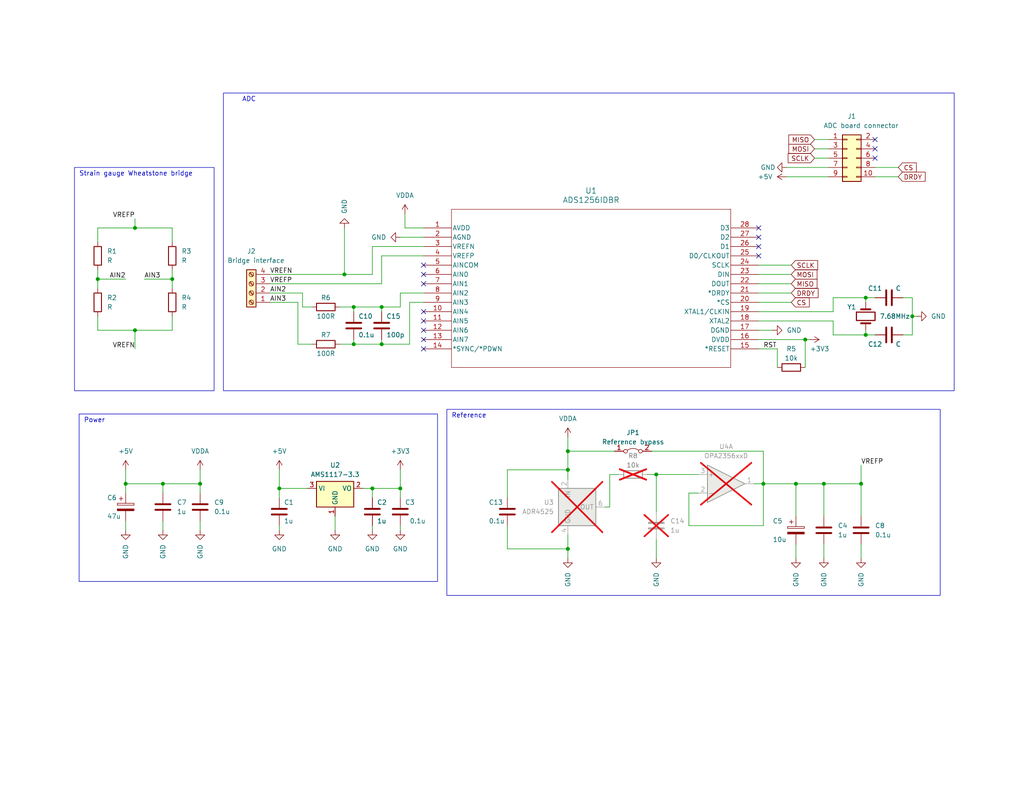
<source format=kicad_sch>
(kicad_sch (version 20230121) (generator eeschema)
  (paper "A")
  (title_block (title "ADC daughterboard"))
  (lib_symbols
    (symbol "ADS1256:ADS1256IDBR" (pin_names (offset 0.254))
      (property "Reference" "U" (at 45.72 10.16 0))
      (property "Value" "ADS1256IDBR" (at 45.72 7.62 0))
      (symbol "ADS1256IDBR_0_1"
        (polyline (pts (xy 7.62 -38.1) (xy 83.82 -38.1)) (stroke (width 0.127)))
        (polyline (pts (xy 7.62 5.08) (xy 7.62 -38.1)) (stroke (width 0.127)))
        (polyline (pts (xy 83.82 -38.1) (xy 83.82 5.08)) (stroke (width 0.127)))
        (polyline (pts (xy 83.82 5.08) (xy 7.62 5.08)) (stroke (width 0.127)))
        (pin power_in line (at 0 0 0) (length 7.62) (name "AVDD") (number "1"))
        (pin input line (at 0 -22.86 0) (length 7.62) (name "AIN4") (number "10"))
        (pin input line (at 0 -25.4 0) (length 7.62) (name "AIN5") (number "11"))
        (pin input line (at 0 -27.94 0) (length 7.62) (name "AIN6") (number "12"))
        (pin input line (at 0 -30.48 0) (length 7.62) (name "AIN7") (number "13"))
        (pin input line (at 0 -33.02 0) (length 7.62) (name "*SYNC/*PDWN") (number "14"))
        (pin input line (at 91.44 -33.02 180) (length 7.62) (name "*RESET") (number "15"))
        (pin power_in line (at 91.44 -30.48 180) (length 7.62) (name "DVDD") (number "16"))
        (pin power_in line (at 91.44 -27.94 180) (length 7.62) (name "DGND") (number "17"))
        (pin unspecified line (at 91.44 -25.4 180) (length 7.62) (name "XTAL2") (number "18"))
        (pin input line (at 91.44 -22.86 180) (length 7.62) (name "XTAL1/CLKIN") (number "19"))
        (pin power_in line (at 0 -2.54 0) (length 7.62) (name "AGND") (number "2"))
        (pin input line (at 91.44 -20.32 180) (length 7.62) (name "*CS") (number "20"))
        (pin output line (at 91.44 -17.78 180) (length 7.62) (name "*DRDY") (number "21"))
        (pin output line (at 91.44 -15.24 180) (length 7.62) (name "DOUT") (number "22"))
        (pin input line (at 91.44 -12.7 180) (length 7.62) (name "DIN") (number "23"))
        (pin input line (at 91.44 -10.16 180) (length 7.62) (name "SCLK") (number "24"))
        (pin bidirectional line (at 91.44 -7.62 180) (length 7.62) (name "D0/CLKOUT") (number "25"))
        (pin bidirectional line (at 91.44 -5.08 180) (length 7.62) (name "D1") (number "26"))
        (pin bidirectional line (at 91.44 -2.54 180) (length 7.62) (name "D2") (number "27"))
        (pin bidirectional line (at 91.44 0 180) (length 7.62) (name "D3") (number "28"))
        (pin input line (at 0 -5.08 0) (length 7.62) (name "VREFN") (number "3"))
        (pin input line (at 0 -7.62 0) (length 7.62) (name "VREFP") (number "4"))
        (pin input line (at 0 -10.16 0) (length 7.62) (name "AINCOM") (number "5"))
        (pin input line (at 0 -12.7 0) (length 7.62) (name "AIN0") (number "6"))
        (pin input line (at 0 -15.24 0) (length 7.62) (name "AIN1") (number "7"))
        (pin input line (at 0 -17.78 0) (length 7.62) (name "AIN2") (number "8"))
        (pin input line (at 0 -20.32 0) (length 7.62) (name "AIN3") (number "9"))
      )
    )
    (symbol "Amplifier_Operational:OPA2356xxD" (pin_names (offset 0.127))
      (property "Reference" "U" (at 0 5.08 0))
      (property "Value" "OPA2356xxD" (at 0 -5.08 0))
      (symbol "OPA2356xxD_1_1"
        (polyline (pts (xy -5.08 5.08) (xy 5.08 0) (xy -5.08 -5.08) (xy -5.08 5.08)) (stroke (width 0.254)) (fill (type background)))
        (pin output line (at 7.62 0 180) (length 2.54) (name "~") (number "1"))
        (pin input line (at -7.62 -2.54 0) (length 2.54) (name "-") (number "2"))
        (pin input line (at -7.62 2.54 0) (length 2.54) (name "+") (number "3"))
      )
      (symbol "OPA2356xxD_2_1"
        (polyline (pts (xy -5.08 5.08) (xy 5.08 0) (xy -5.08 -5.08) (xy -5.08 5.08)) (stroke (width 0.254)) (fill (type background)))
        (pin input line (at -7.62 2.54 0) (length 2.54) (name "+") (number "5"))
        (pin input line (at -7.62 -2.54 0) (length 2.54) (name "-") (number "6"))
        (pin output line (at 7.62 0 180) (length 2.54) (name "~") (number "7"))
      )
      (symbol "OPA2356xxD_3_1"
        (pin power_in line (at -2.54 -7.62 90) (length 3.81) (name "V-") (number "4"))
        (pin power_in line (at -2.54 7.62 270) (length 3.81) (name "V+") (number "8"))
      )
    )
    (symbol "Connector:Screw_Terminal_01x04" (pin_names (offset 1.016) hide)
      (property "Reference" "J" (at 0 5.08 0))
      (property "Value" "Screw_Terminal_01x04" (at 0 -7.62 0))
      (symbol "Screw_Terminal_01x04_1_1"
        (rectangle (start -1.27 3.81) (end 1.27 -6.35) (stroke (width 0.254)) (fill (type background)))
        (circle (center 0 -5.08) (radius 0.635) (stroke (width 0.1524)))
        (circle (center 0 -2.54) (radius 0.635) (stroke (width 0.1524)))
        (polyline (pts (xy -0.5334 -4.7498) (xy 0.3302 -5.588)) (stroke (width 0.1524)))
        (polyline (pts (xy -0.5334 -2.2098) (xy 0.3302 -3.048)) (stroke (width 0.1524)))
        (polyline (pts (xy -0.5334 0.3302) (xy 0.3302 -0.508)) (stroke (width 0.1524)))
        (polyline (pts (xy -0.5334 2.8702) (xy 0.3302 2.032)) (stroke (width 0.1524)))
        (polyline (pts (xy -0.3556 -4.572) (xy 0.508 -5.4102)) (stroke (width 0.1524)))
        (polyline (pts (xy -0.3556 -2.032) (xy 0.508 -2.8702)) (stroke (width 0.1524)))
        (polyline (pts (xy -0.3556 0.508) (xy 0.508 -0.3302)) (stroke (width 0.1524)))
        (polyline (pts (xy -0.3556 3.048) (xy 0.508 2.2098)) (stroke (width 0.1524)))
        (circle (center 0 0) (radius 0.635) (stroke (width 0.1524)))
        (circle (center 0 2.54) (radius 0.635) (stroke (width 0.1524)))
        (pin passive line (at -5.08 2.54 0) (length 3.81) (name "Pin_1") (number "1"))
        (pin passive line (at -5.08 0 0) (length 3.81) (name "Pin_2") (number "2"))
        (pin passive line (at -5.08 -2.54 0) (length 3.81) (name "Pin_3") (number "3"))
        (pin passive line (at -5.08 -5.08 0) (length 3.81) (name "Pin_4") (number "4"))
      )
    )
    (symbol "Connector_Generic:Conn_02x05_Odd_Even" (pin_names (offset 1.016) hide)
      (property "Reference" "J" (at 1.27 7.62 0))
      (property "Value" "Conn_02x05_Odd_Even" (at 1.27 -7.62 0))
      (symbol "Conn_02x05_Odd_Even_1_1"
        (rectangle (start -1.27 -4.953) (end 0 -5.207) (stroke (width 0.1524)))
        (rectangle (start -1.27 -2.413) (end 0 -2.667) (stroke (width 0.1524)))
        (rectangle (start -1.27 0.127) (end 0 -0.127) (stroke (width 0.1524)))
        (rectangle (start -1.27 2.667) (end 0 2.413) (stroke (width 0.1524)))
        (rectangle (start -1.27 5.207) (end 0 4.953) (stroke (width 0.1524)))
        (rectangle (start -1.27 6.35) (end 3.81 -6.35) (stroke (width 0.254)) (fill (type background)))
        (rectangle (start 3.81 -4.953) (end 2.54 -5.207) (stroke (width 0.1524)))
        (rectangle (start 3.81 -2.413) (end 2.54 -2.667) (stroke (width 0.1524)))
        (rectangle (start 3.81 0.127) (end 2.54 -0.127) (stroke (width 0.1524)))
        (rectangle (start 3.81 2.667) (end 2.54 2.413) (stroke (width 0.1524)))
        (rectangle (start 3.81 5.207) (end 2.54 4.953) (stroke (width 0.1524)))
        (pin passive line (at -5.08 5.08 0) (length 3.81) (name "Pin_1") (number "1"))
        (pin passive line (at 7.62 -5.08 180) (length 3.81) (name "Pin_10") (number "10"))
        (pin passive line (at 7.62 5.08 180) (length 3.81) (name "Pin_2") (number "2"))
        (pin passive line (at -5.08 2.54 0) (length 3.81) (name "Pin_3") (number "3"))
        (pin passive line (at 7.62 2.54 180) (length 3.81) (name "Pin_4") (number "4"))
        (pin passive line (at -5.08 0 0) (length 3.81) (name "Pin_5") (number "5"))
        (pin passive line (at 7.62 0 180) (length 3.81) (name "Pin_6") (number "6"))
        (pin passive line (at -5.08 -2.54 0) (length 3.81) (name "Pin_7") (number "7"))
        (pin passive line (at 7.62 -2.54 180) (length 3.81) (name "Pin_8") (number "8"))
        (pin passive line (at -5.08 -5.08 0) (length 3.81) (name "Pin_9") (number "9"))
      )
    )
    (symbol "Device:C" (pin_numbers hide) (pin_names (offset 0.254))
      (property "Reference" "C" (at 0.635 2.54 0))
      (property "Value" "C" (at 0.635 -2.54 0))
      (symbol "C_0_1"
        (polyline (pts (xy -2.032 -0.762) (xy 2.032 -0.762)) (stroke (width 0.508)))
        (polyline (pts (xy -2.032 0.762) (xy 2.032 0.762)) (stroke (width 0.508)))
      )
      (symbol "C_1_1"
        (pin passive line (at 0 3.81 270) (length 2.794) (name "~") (number "1"))
        (pin passive line (at 0 -3.81 90) (length 2.794) (name "~") (number "2"))
      )
    )
    (symbol "Device:C_Polarized" (pin_numbers hide) (pin_names (offset 0.254))
      (property "Reference" "C" (at 0.635 2.54 0))
      (property "Value" "C_Polarized" (at 0.635 -2.54 0))
      (symbol "C_Polarized_0_1"
        (rectangle (start -2.286 0.508) (end 2.286 1.016))
        (polyline (pts (xy -1.778 2.286) (xy -0.762 2.286)))
        (polyline (pts (xy -1.27 2.794) (xy -1.27 1.778)))
        (rectangle (start 2.286 -0.508) (end -2.286 -1.016) (fill (type outline)))
      )
      (symbol "C_Polarized_1_1"
        (pin passive line (at 0 3.81 270) (length 2.794) (name "~") (number "1"))
        (pin passive line (at 0 -3.81 90) (length 2.794) (name "~") (number "2"))
      )
    )
    (symbol "Device:Crystal" (pin_numbers hide) (pin_names (offset 1.016) hide)
      (property "Reference" "Y" (at 0 3.81 0))
      (property "Value" "Crystal" (at 0 -3.81 0))
      (symbol "Crystal_0_1"
        (rectangle (start -1.143 2.54) (end 1.143 -2.54) (stroke (width 0.3048)))
        (polyline (pts (xy -2.54 0) (xy -1.905 0)))
        (polyline (pts (xy -1.905 -1.27) (xy -1.905 1.27)) (stroke (width 0.508)))
        (polyline (pts (xy 1.905 -1.27) (xy 1.905 1.27)) (stroke (width 0.508)))
        (polyline (pts (xy 2.54 0) (xy 1.905 0)))
      )
      (symbol "Crystal_1_1"
        (pin passive line (at -3.81 0 0) (length 1.27) (name "1") (number "1"))
        (pin passive line (at 3.81 0 180) (length 1.27) (name "2") (number "2"))
      )
    )
    (symbol "Device:R" (pin_numbers hide) (pin_names (offset 0))
      (property "Reference" "R" (at 2.032 0 90))
      (property "Value" "R" (at 0 0 90))
      (symbol "R_0_1"
        (rectangle (start -1.016 -2.54) (end 1.016 2.54) (stroke (width 0.254)))
      )
      (symbol "R_1_1"
        (pin passive line (at 0 3.81 270) (length 1.27) (name "~") (number "1"))
        (pin passive line (at 0 -3.81 90) (length 1.27) (name "~") (number "2"))
      )
    )
    (symbol "Jumper:Jumper_2_Bridged" (pin_names (offset 0) hide)
      (property "Reference" "JP" (at 0 1.905 0))
      (property "Value" "Jumper_2_Bridged" (at 0 -2.54 0))
      (symbol "Jumper_2_Bridged_0_0"
        (circle (center -2.032 0) (radius 0.508))
        (circle (center 2.032 0) (radius 0.508))
      )
      (symbol "Jumper_2_Bridged_0_1"
        (arc (start 1.524 0.254) (mid 0 0.762) (end -1.524 0.254))
      )
      (symbol "Jumper_2_Bridged_1_1"
        (pin passive line (at -5.08 0 0) (length 2.54) (name "A") (number "1"))
        (pin passive line (at 5.08 0 180) (length 2.54) (name "B") (number "2"))
      )
    )
    (symbol "Reference_Voltage:ADR4525"
      (property "Reference" "U" (at 0 6.35 0))
      (property "Value" "ADR4525" (at 2.54 -6.35 0))
      (symbol "ADR4525_0_0"
        (pin no_connect line (at -5.08 0 0) (length 2.54) hide (name "NC") (number "3"))
        (pin no_connect line (at 5.08 2.54 180) (length 2.54) hide (name "NC") (number "7"))
        (pin no_connect line (at 5.08 -2.54 180) (length 2.54) hide (name "NC") (number "8"))
      )
      (symbol "ADR4525_0_1"
        (rectangle (start -5.08 5.08) (end 5.08 -5.08) (stroke (width 0.254)) (fill (type background)))
      )
      (symbol "ADR4525_1_1"
        (pin no_connect line (at -5.08 2.54 0) (length 2.54) hide (name "NC") (number "1"))
        (pin power_in line (at -2.54 7.62 270) (length 2.54) (name "IN") (number "2"))
        (pin power_in line (at -2.54 -7.62 90) (length 2.54) (name "GND") (number "4"))
        (pin no_connect line (at -5.08 -2.54 0) (length 2.54) hide (name "NC") (number "5"))
        (pin power_out line (at 7.62 0 180) (length 2.54) (name "OUT") (number "6"))
      )
    )
    (symbol "Regulator_Linear:AMS1117-3.3"
      (property "Reference" "U" (at -3.81 3.175 0))
      (property "Value" "AMS1117-3.3" (at 0 3.175 0))
      (symbol "AMS1117-3.3_0_1"
        (rectangle (start -5.08 -5.08) (end 5.08 1.905) (stroke (width 0.254)) (fill (type background)))
      )
      (symbol "AMS1117-3.3_1_1"
        (pin power_in line (at 0 -7.62 90) (length 2.54) (name "GND") (number "1"))
        (pin power_out line (at 7.62 0 180) (length 2.54) (name "VO") (number "2"))
        (pin power_in line (at -7.62 0 0) (length 2.54) (name "VI") (number "3"))
      )
    )
    (symbol "power:+3V3" (power) (pin_names (offset 0))
      (property "Value" "+3V3" (at 0 3.556 0))
      (symbol "+3V3_0_1"
        (polyline (pts (xy -0.762 1.27) (xy 0 2.54)))
        (polyline (pts (xy 0 0) (xy 0 2.54)))
        (polyline (pts (xy 0 2.54) (xy 0.762 1.27)))
      )
      (symbol "+3V3_1_1"
        (pin power_in line (at 0 0 90) (length 0) hide (name "+3V3") (number "1"))
      )
    )
    (symbol "power:+5V" (power) (pin_names (offset 0))
      (property "Value" "+5V" (at 0 3.556 0))
      (symbol "+5V_0_1"
        (polyline (pts (xy -0.762 1.27) (xy 0 2.54)))
        (polyline (pts (xy 0 0) (xy 0 2.54)))
        (polyline (pts (xy 0 2.54) (xy 0.762 1.27)))
      )
      (symbol "+5V_1_1"
        (pin power_in line (at 0 0 90) (length 0) hide (name "+5V") (number "1"))
      )
    )
    (symbol "power:GND" (power) (pin_names (offset 0))
      (property "Value" "GND" (at 0 -3.81 0))
      (symbol "GND_0_1"
        (polyline (pts (xy 0 0) (xy 0 -1.27) (xy 1.27 -1.27) (xy 0 -2.54) (xy -1.27 -1.27) (xy 0 -1.27)))
      )
      (symbol "GND_1_1"
        (pin power_in line (at 0 0 270) (length 0) hide (name "GND") (number "1"))
      )
    )
    (symbol "power:VDDA" (power) (pin_names (offset 0))
      (property "Value" "VDDA" (at 0 3.81 0))
      (symbol "VDDA_0_1"
        (polyline (pts (xy -0.762 1.27) (xy 0 2.54)))
        (polyline (pts (xy 0 0) (xy 0 2.54)))
        (polyline (pts (xy 0 2.54) (xy 0.762 1.27)))
      )
      (symbol "VDDA_1_1"
        (pin power_in line (at 0 0 90) (length 0) hide (name "VDDA") (number "1"))
      )
    )
  )
  (junction (at 208.28 132.08))
  (junction (at 236.22 91.44))
  (junction (at 96.52 93.98))
  (junction (at 54.61 132.08))
  (junction (at 154.94 128.27))
  (junction (at 101.6 133.35))
  (junction (at 46.99 76.2))
  (junction (at 219.71 92.71))
  (junction (at 154.94 149.86))
  (junction (at 76.2 133.35))
  (junction (at 248.92 86.36))
  (junction (at 217.17 132.08))
  (junction (at 109.22 133.35))
  (junction (at 236.22 81.28))
  (junction (at 104.14 83.82))
  (junction (at 44.45 132.08))
  (junction (at 154.94 123.19))
  (junction (at 36.83 62.23))
  (junction (at 26.67 76.2))
  (junction (at 224.79 132.08))
  (junction (at 96.52 83.82))
  (junction (at 234.95 132.08))
  (junction (at 179.07 129.54))
  (junction (at 104.14 93.98))
  (junction (at 93.98 74.93))
  (junction (at 34.29 132.08))
  (junction (at 36.83 90.17))
  (no_connect (at 238.76 38.1))
  (no_connect (at 207.01 62.23))
  (no_connect (at 115.57 95.25))
  (no_connect (at 115.57 77.47))
  (no_connect (at 238.76 40.64))
  (no_connect (at 115.57 87.63))
  (no_connect (at 207.01 64.77))
  (no_connect (at 115.57 90.17))
  (no_connect (at 115.57 92.71))
  (no_connect (at 115.57 85.09))
  (no_connect (at 238.76 43.18))
  (no_connect (at 207.01 69.85))
  (no_connect (at 207.01 67.31))
  (no_connect (at 115.57 74.93))
  (no_connect (at 115.57 72.39))
  (wire (pts (xy 26.67 76.2) (xy 26.67 78.74)))
  (wire (pts (xy 234.95 132.08) (xy 234.95 127)))
  (wire (pts (xy 115.57 62.23) (xy 110.49 62.23)))
  (wire (pts (xy 176.53 129.54) (xy 179.07 129.54)))
  (wire (pts (xy 234.95 132.08) (xy 234.95 140.97)))
  (wire (pts (xy 104.14 83.82) (xy 96.52 83.82)))
  (wire (pts (xy 76.2 133.35) (xy 76.2 128.27)))
  (wire (pts (xy 104.14 69.85) (xy 115.57 69.85)))
  (wire (pts (xy 34.29 132.08) (xy 34.29 134.62)))
  (wire (pts (xy 219.71 92.71) (xy 220.98 92.71)))
  (wire (pts (xy 215.9 72.39) (xy 207.01 72.39)))
  (wire (pts (xy 76.2 133.35) (xy 83.82 133.35)))
  (wire (pts (xy 93.98 74.93) (xy 101.6 74.93)))
  (wire (pts (xy 85.09 93.98) (xy 81.28 93.98)))
  (wire (pts (xy 36.83 90.17) (xy 46.99 90.17)))
  (wire (pts (xy 104.14 92.71) (xy 104.14 93.98)))
  (wire (pts (xy 91.44 144.78) (xy 91.44 140.97)))
  (wire (pts (xy 222.25 38.1) (xy 226.06 38.1)))
  (wire (pts (xy 208.28 123.19) (xy 208.28 132.08)))
  (wire (pts (xy 217.17 152.4) (xy 217.17 148.59)))
  (wire (pts (xy 205.74 132.08) (xy 208.28 132.08)))
  (wire (pts (xy 227.33 81.28) (xy 236.22 81.28)))
  (wire (pts (xy 93.98 62.23) (xy 93.98 74.93)))
  (wire (pts (xy 36.83 62.23) (xy 26.67 62.23)))
  (wire (pts (xy 187.96 143.51) (xy 187.96 134.62)))
  (wire (pts (xy 222.25 40.64) (xy 226.06 40.64)))
  (wire (pts (xy 219.71 100.33) (xy 219.71 92.71)))
  (wire (pts (xy 215.9 80.01) (xy 207.01 80.01)))
  (wire (pts (xy 207.01 87.63) (xy 227.33 87.63)))
  (wire (pts (xy 245.11 48.26) (xy 238.76 48.26)))
  (wire (pts (xy 208.28 132.08) (xy 217.17 132.08)))
  (wire (pts (xy 101.6 133.35) (xy 109.22 133.35)))
  (wire (pts (xy 44.45 132.08) (xy 44.45 134.62)))
  (wire (pts (xy 236.22 81.28) (xy 236.22 82.55)))
  (wire (pts (xy 26.67 90.17) (xy 36.83 90.17)))
  (wire (pts (xy 207.01 85.09) (xy 227.33 85.09)))
  (wire (pts (xy 96.52 83.82) (xy 96.52 85.09)))
  (wire (pts (xy 115.57 82.55) (xy 111.76 82.55)))
  (wire (pts (xy 82.55 83.82) (xy 82.55 80.01)))
  (wire (pts (xy 109.22 133.35) (xy 109.22 128.27)))
  (wire (pts (xy 111.76 93.98) (xy 104.14 93.98)))
  (wire (pts (xy 92.71 83.82) (xy 96.52 83.82)))
  (wire (pts (xy 138.43 128.27) (xy 154.94 128.27)))
  (wire (pts (xy 215.9 77.47) (xy 207.01 77.47)))
  (wire (pts (xy 217.17 132.08) (xy 217.17 140.97)))
  (wire (pts (xy 215.9 74.93) (xy 207.01 74.93)))
  (wire (pts (xy 246.38 81.28) (xy 248.92 81.28)))
  (wire (pts (xy 54.61 132.08) (xy 54.61 134.62)))
  (wire (pts (xy 214.63 45.72) (xy 226.06 45.72)))
  (wire (pts (xy 101.6 135.89) (xy 101.6 133.35)))
  (wire (pts (xy 73.66 80.01) (xy 82.55 80.01)))
  (wire (pts (xy 109.22 64.77) (xy 115.57 64.77)))
  (wire (pts (xy 104.14 93.98) (xy 96.52 93.98)))
  (wire (pts (xy 214.63 48.26) (xy 226.06 48.26)))
  (wire (pts (xy 166.37 138.43) (xy 166.37 129.54)))
  (wire (pts (xy 46.99 62.23) (xy 36.83 62.23)))
  (wire (pts (xy 46.99 66.04) (xy 46.99 62.23)))
  (wire (pts (xy 73.66 77.47) (xy 104.14 77.47)))
  (wire (pts (xy 46.99 90.17) (xy 46.99 86.36)))
  (wire (pts (xy 238.76 91.44) (xy 236.22 91.44)))
  (wire (pts (xy 34.29 144.78) (xy 34.29 142.24)))
  (wire (pts (xy 73.66 74.93) (xy 93.98 74.93)))
  (wire (pts (xy 26.67 73.66) (xy 26.67 76.2)))
  (wire (pts (xy 227.33 91.44) (xy 236.22 91.44)))
  (wire (pts (xy 34.29 132.08) (xy 44.45 132.08)))
  (wire (pts (xy 46.99 76.2) (xy 46.99 78.74)))
  (wire (pts (xy 81.28 82.55) (xy 73.66 82.55)))
  (wire (pts (xy 76.2 143.51) (xy 76.2 144.78)))
  (wire (pts (xy 34.29 128.27) (xy 34.29 132.08)))
  (wire (pts (xy 224.79 152.4) (xy 224.79 148.59)))
  (wire (pts (xy 92.71 93.98) (xy 96.52 93.98)))
  (wire (pts (xy 215.9 82.55) (xy 207.01 82.55)))
  (wire (pts (xy 36.83 59.69) (xy 36.83 62.23)))
  (wire (pts (xy 212.09 95.25) (xy 207.01 95.25)))
  (wire (pts (xy 234.95 148.59) (xy 234.95 152.4)))
  (wire (pts (xy 224.79 132.08) (xy 234.95 132.08)))
  (wire (pts (xy 236.22 91.44) (xy 236.22 90.17)))
  (wire (pts (xy 101.6 67.31) (xy 101.6 74.93)))
  (wire (pts (xy 179.07 129.54) (xy 190.5 129.54)))
  (wire (pts (xy 109.22 143.51) (xy 109.22 144.78)))
  (wire (pts (xy 179.07 129.54) (xy 179.07 139.7)))
  (wire (pts (xy 81.28 93.98) (xy 81.28 82.55)))
  (wire (pts (xy 187.96 134.62) (xy 190.5 134.62)))
  (wire (pts (xy 224.79 132.08) (xy 224.79 140.97)))
  (wire (pts (xy 154.94 123.19) (xy 154.94 119.38)))
  (wire (pts (xy 115.57 80.01) (xy 109.22 80.01)))
  (wire (pts (xy 248.92 86.36) (xy 250.19 86.36)))
  (wire (pts (xy 227.33 87.63) (xy 227.33 91.44)))
  (wire (pts (xy 154.94 123.19) (xy 167.64 123.19)))
  (wire (pts (xy 208.28 143.51) (xy 187.96 143.51)))
  (wire (pts (xy 39.37 76.2) (xy 46.99 76.2)))
  (wire (pts (xy 210.82 90.17) (xy 207.01 90.17)))
  (wire (pts (xy 248.92 91.44) (xy 246.38 91.44)))
  (wire (pts (xy 26.67 62.23) (xy 26.67 66.04)))
  (wire (pts (xy 222.25 43.18) (xy 226.06 43.18)))
  (wire (pts (xy 109.22 83.82) (xy 104.14 83.82)))
  (wire (pts (xy 104.14 77.47) (xy 104.14 69.85)))
  (wire (pts (xy 36.83 95.25) (xy 36.83 90.17)))
  (wire (pts (xy 208.28 132.08) (xy 208.28 143.51)))
  (wire (pts (xy 165.1 138.43) (xy 166.37 138.43)))
  (wire (pts (xy 154.94 128.27) (xy 154.94 123.19)))
  (wire (pts (xy 212.09 100.33) (xy 212.09 95.25)))
  (wire (pts (xy 44.45 144.78) (xy 44.45 142.24)))
  (wire (pts (xy 85.09 83.82) (xy 82.55 83.82)))
  (wire (pts (xy 109.22 133.35) (xy 109.22 135.89)))
  (wire (pts (xy 138.43 149.86) (xy 138.43 143.51)))
  (wire (pts (xy 54.61 132.08) (xy 44.45 132.08)))
  (wire (pts (xy 154.94 128.27) (xy 154.94 130.81)))
  (wire (pts (xy 248.92 86.36) (xy 248.92 91.44)))
  (wire (pts (xy 238.76 81.28) (xy 236.22 81.28)))
  (wire (pts (xy 115.57 67.31) (xy 101.6 67.31)))
  (wire (pts (xy 154.94 149.86) (xy 138.43 149.86)))
  (wire (pts (xy 101.6 143.51) (xy 101.6 144.78)))
  (wire (pts (xy 154.94 149.86) (xy 154.94 152.4)))
  (wire (pts (xy 179.07 152.4) (xy 179.07 147.32)))
  (wire (pts (xy 227.33 85.09) (xy 227.33 81.28)))
  (wire (pts (xy 154.94 146.05) (xy 154.94 149.86)))
  (wire (pts (xy 99.06 133.35) (xy 101.6 133.35)))
  (wire (pts (xy 207.01 92.71) (xy 219.71 92.71)))
  (wire (pts (xy 217.17 132.08) (xy 224.79 132.08)))
  (wire (pts (xy 177.8 123.19) (xy 208.28 123.19)))
  (wire (pts (xy 110.49 62.23) (xy 110.49 58.42)))
  (wire (pts (xy 109.22 80.01) (xy 109.22 83.82)))
  (wire (pts (xy 138.43 128.27) (xy 138.43 135.89)))
  (wire (pts (xy 166.37 129.54) (xy 168.91 129.54)))
  (wire (pts (xy 96.52 93.98) (xy 96.52 92.71)))
  (wire (pts (xy 111.76 82.55) (xy 111.76 93.98)))
  (wire (pts (xy 245.11 45.72) (xy 238.76 45.72)))
  (wire (pts (xy 54.61 144.78) (xy 54.61 142.24)))
  (wire (pts (xy 26.67 86.36) (xy 26.67 90.17)))
  (wire (pts (xy 248.92 81.28) (xy 248.92 86.36)))
  (wire (pts (xy 46.99 73.66) (xy 46.99 76.2)))
  (wire (pts (xy 34.29 76.2) (xy 26.67 76.2)))
  (wire (pts (xy 76.2 135.89) (xy 76.2 133.35)))
  (wire (pts (xy 54.61 128.27) (xy 54.61 132.08)))
  (wire (pts (xy 104.14 83.82) (xy 104.14 85.09)))
  (rectangle (start 121.92 111.76) (end 256.54 162.56))
  (rectangle (start 60.96 25.4) (end 260.35 106.68))
  (rectangle (start 21.59 113.03) (end 119.38 158.75))
  (rectangle (start 20.32 45.72) (end 58.42 106.68))
  (text "Power" (at 22.86 115.57 0) (effects (font (size 1.27 1.27)) (justify left bottom)))
  (text "Reference " (at 123.19 114.3 0) (effects (font (size 1.27 1.27)) (justify left bottom)))
  (text "ADC" (at 66.04 27.94 0) (effects (font (size 1.27 1.27)) (justify left bottom)))
  (text "Strain gauge Wheatstone bridge" (at 21.59 48.26 0) (effects (font (size 1.27 1.27)) (justify left bottom)))
  (label "VREFP" (at 234.95 127 0))
  (label "AIN2" (at 73.66 80.01 0))
  (label "VREFP" (at 36.83 59.69 180))
  (label "AIN3" (at 73.66 82.55 0))
  (label "AIN3" (at 39.37 76.2 0))
  (label "VREFN" (at 36.83 95.25 180))
  (label "RST" (at 208.28 95.25 0))
  (label "VREFN" (at 73.66 74.93 0))
  (label "VREFP" (at 73.66 77.47 0))
  (label "AIN2" (at 34.29 76.2 180))
  (global_label "CS" (shape input) (at 245.11 45.72 0) (property "Intersheetrefs" "${INTERSHEET_REFS}" (effects hide)))
  (global_label "CS" (shape input) (at 215.9 82.55 0) (property "Intersheetrefs" "${INTERSHEET_REFS}" (effects hide)))
  (global_label "MOSI" (shape input) (at 215.9 74.93 0) (property "Intersheetrefs" "${INTERSHEET_REFS}" (effects hide)))
  (global_label "SCLK" (shape input) (at 222.25 43.18 180) (property "Intersheetrefs" "${INTERSHEET_REFS}" (effects hide)))
  (global_label "SCLK" (shape input) (at 215.9 72.39 0) (property "Intersheetrefs" "${INTERSHEET_REFS}" (effects hide)))
  (global_label "MISO" (shape input) (at 222.25 38.1 180) (property "Intersheetrefs" "${INTERSHEET_REFS}" (effects hide)))
  (global_label "MOSI" (shape input) (at 222.25 40.64 180) (property "Intersheetrefs" "${INTERSHEET_REFS}" (effects hide)))
  (global_label "DRDY" (shape input) (at 215.9 80.01 0) (property "Intersheetrefs" "${INTERSHEET_REFS}" (effects hide)))
  (global_label "DRDY" (shape input) (at 245.11 48.26 0) (property "Intersheetrefs" "${INTERSHEET_REFS}" (effects hide)))
  (global_label "MISO" (shape input) (at 215.9 77.47 0) (property "Intersheetrefs" "${INTERSHEET_REFS}" (effects hide)))
  (symbol (lib_id "Device:C") (at 76.2 139.7 0) (unit 1)
    (property "Reference" "C1" (at 77.47 137.16 0) (effects (justify left)))
    (property "Value" "1u" (at 77.47 142.24 0) (effects (justify left)))
  )
  (symbol (lib_id "power:GND") (at 224.79 152.4 0) (unit 1)
    (property "Reference" "#PWR013" (effects hide))
    (property "Value" "GND" (at 224.79 156.21 90) (effects (justify right)))
  )
  (symbol (lib_id "power:+3V3") (at 220.98 92.71 270) (unit 1)
    (property "Reference" "#PWR07" (effects hide))
    (property "Value" "+3V3" (at 220.98 95.25 90) (effects (justify left)))
  )
  (symbol (lib_id "Device:C") (at 109.22 139.7 0) (unit 1)
    (property "Reference" "C3" (at 110.49 137.16 0) (effects (justify left)))
    (property "Value" "0.1u" (at 111.76 142.24 0) (effects (justify left)))
  )
  (symbol (lib_id "power:GND") (at 250.19 86.36 90) (unit 1)
    (property "Reference" "#PWR023" (effects hide))
    (property "Value" "GND" (at 254 86.36 90) (effects (justify right)))
  )
  (symbol (lib_id "power:GND") (at 234.95 152.4 0) (unit 1)
    (property "Reference" "#PWR018" (effects hide))
    (property "Value" "GND" (at 234.95 156.21 90) (effects (justify right)))
  )
  (symbol (lib_id "Device:C") (at 101.6 139.7 0) (unit 1)
    (property "Reference" "C2" (at 102.87 137.16 0) (effects (justify left)))
    (property "Value" "1u" (at 102.87 142.24 0) (effects (justify left)))
  )
  (symbol (lib_id "power:GND") (at 210.82 90.17 90) (unit 1)
    (property "Reference" "#PWR03" (effects hide))
    (property "Value" "GND" (at 214.63 90.17 90) (effects (justify right)))
  )
  (symbol (lib_id "power:GND") (at 76.2 144.78 0) (unit 1)
    (property "Reference" "#PWR08" (effects hide))
    (property "Value" "GND" (at 76.2 149.86 0))
  )
  (symbol (lib_id "power:GND") (at 109.22 144.78 0) (unit 1)
    (property "Reference" "#PWR010" (effects hide))
    (property "Value" "GND" (at 109.22 149.86 0))
  )
  (symbol (lib_id "power:GND") (at 44.45 144.78 0) (unit 1)
    (property "Reference" "#PWR017" (effects hide))
    (property "Value" "GND" (at 44.45 148.59 90) (effects (justify right)))
  )
  (symbol (lib_id "Device:R") (at 215.9 100.33 90) (unit 1)
    (property "Reference" "R5" (at 215.9 95.25 90))
    (property "Value" "10k" (at 215.9 97.79 90))
  )
  (symbol (lib_id "Device:R") (at 172.72 129.54 90) (unit 1) (dnp yes)
    (property "Reference" "R8" (at 172.72 124.46 90))
    (property "Value" "10k" (at 172.72 127 90))
  )
  (symbol (lib_id "power:GND") (at 93.98 62.23 180) (unit 1)
    (property "Reference" "#PWR012" (effects hide))
    (property "Value" "GND" (at 93.98 58.42 90) (effects (justify right)))
  )
  (symbol (lib_id "Device:R") (at 26.67 82.55 0) (unit 1) (in_bom no) (on_board no)
    (property "Reference" "R2" (at 29.21 81.28 0) (effects (justify left)))
    (property "Value" "R" (at 29.21 83.82 0) (effects (justify left)))
  )
  (symbol (lib_id "Device:C_Polarized") (at 34.29 138.43 0) (unit 1)
    (property "Reference" "C6" (at 29.21 135.89 0) (effects (justify left)))
    (property "Value" "47u" (at 29.21 140.97 0) (effects (justify left)))
  )
  (symbol (lib_id "Device:C") (at 242.57 81.28 90) (unit 1)
    (property "Reference" "C11" (at 238.76 78.74 90))
    (property "Value" "C" (at 245.11 78.74 90))
  )
  (symbol (lib_id "Amplifier_Operational:OPA2356xxD") (at 198.12 132.08 0) (unit 1) (dnp yes)
    (property "Reference" "U4" (at 198.12 121.92 0))
    (property "Value" "OPA2356xxD" (at 198.12 124.46 0))
    (property "Datasheet" "http://www.ti.com/lit/ds/symlink/opa2356.pdf" (effects hide))
  )
  (symbol (lib_id "power:GND") (at 91.44 144.78 0) (unit 1)
    (property "Reference" "#PWR06" (effects hide))
    (property "Value" "GND" (at 91.44 149.86 0))
  )
  (symbol (lib_id "power:GND") (at 34.29 144.78 0) (unit 1)
    (property "Reference" "#PWR016" (effects hide))
    (property "Value" "GND" (at 34.29 148.59 90) (effects (justify right)))
  )
  (symbol (lib_id "Device:C") (at 234.95 144.78 0) (unit 1)
    (property "Reference" "C8" (at 238.76 143.51 0) (effects (justify left)))
    (property "Value" "0.1u" (at 238.76 146.05 0) (effects (justify left)))
  )
  (symbol (lib_id "power:GND") (at 217.17 152.4 0) (unit 1)
    (property "Reference" "#PWR014" (effects hide))
    (property "Value" "GND" (at 217.17 156.21 90) (effects (justify right)))
  )
  (symbol (lib_id "Device:R") (at 46.99 82.55 0) (unit 1) (in_bom no) (on_board no)
    (property "Reference" "R4" (at 49.53 81.28 0) (effects (justify left)))
    (property "Value" "R" (at 49.53 83.82 0) (effects (justify left)))
  )
  (symbol (lib_id "Device:C") (at 104.14 88.9 0) (unit 1)
    (property "Reference" "C15" (at 105.41 86.36 0) (effects (justify left)))
    (property "Value" "100p" (at 105.41 91.44 0) (effects (justify left)))
  )
  (symbol (lib_id "Device:C") (at 44.45 138.43 0) (unit 1)
    (property "Reference" "C7" (at 48.26 137.16 0) (effects (justify left)))
    (property "Value" "1u" (at 48.26 139.7 0) (effects (justify left)))
  )
  (symbol (lib_id "power:GND") (at 154.94 152.4 0) (unit 1)
    (property "Reference" "#PWR024" (effects hide))
    (property "Value" "GND" (at 154.94 156.21 90) (effects (justify right)))
  )
  (symbol (lib_id "Device:C") (at 138.43 139.7 0) (unit 1)
    (property "Reference" "C13" (at 133.35 137.16 0) (effects (justify left)))
    (property "Value" "0.1u" (at 133.35 142.24 0) (effects (justify left)))
  )
  (symbol (lib_id "Device:C") (at 54.61 138.43 0) (unit 1)
    (property "Reference" "C9" (at 58.42 137.16 0) (effects (justify left)))
    (property "Value" "0.1u" (at 58.42 139.7 0) (effects (justify left)))
  )
  (symbol (lib_id "Device:R") (at 88.9 93.98 90) (unit 1)
    (property "Reference" "R7" (at 88.9 91.44 90))
    (property "Value" "100R" (at 88.9 96.52 90))
  )
  (symbol (lib_id "power:VDDA") (at 154.94 119.38 0) (unit 1)
    (property "Reference" "#PWR011" (effects hide))
    (property "Value" "VDDA" (at 154.94 114.3 0))
  )
  (symbol (lib_id "power:GND") (at 214.63 45.72 270) (unit 1)
    (property "Reference" "#PWR021" (effects hide))
    (property "Value" "GND" (at 209.55 45.72 90))
  )
  (symbol (lib_id "power:+5V") (at 76.2 128.27 0) (unit 1)
    (property "Reference" "#PWR015" (effects hide))
    (property "Value" "+5V" (at 76.2 123.19 0))
  )
  (symbol (lib_id "power:+3V3") (at 109.22 128.27 0) (unit 1)
    (property "Reference" "#PWR04" (effects hide))
    (property "Value" "+3V3" (at 109.22 123.19 0))
  )
  (symbol (lib_id "Device:C") (at 242.57 91.44 270) (unit 1)
    (property "Reference" "C12" (at 238.76 93.98 90))
    (property "Value" "C" (at 245.11 93.98 90))
  )
  (symbol (lib_id "Device:C") (at 224.79 144.78 0) (unit 1)
    (property "Reference" "C4" (at 228.6 143.51 0) (effects (justify left)))
    (property "Value" "1u" (at 228.6 146.05 0) (effects (justify left)))
  )
  (symbol (lib_id "Device:R") (at 46.99 69.85 0) (unit 1) (in_bom no) (on_board no)
    (property "Reference" "R3" (at 49.53 68.58 0) (effects (justify left)))
    (property "Value" "R" (at 49.53 71.12 0) (effects (justify left)))
  )
  (symbol (lib_id "Device:C") (at 96.52 88.9 0) (unit 1)
    (property "Reference" "C10" (at 97.79 86.36 0) (effects (justify left)))
    (property "Value" "0.1u" (at 97.79 91.44 0) (effects (justify left)))
  )
  (symbol (lib_id "Device:R") (at 26.67 69.85 0) (unit 1) (in_bom no) (on_board no)
    (property "Reference" "R1" (at 29.21 68.58 0) (effects (justify left)))
    (property "Value" "R" (at 29.21 71.12 0) (effects (justify left)))
  )
  (symbol (lib_id "Device:C") (at 179.07 143.51 0) (unit 1) (dnp yes)
    (property "Reference" "C14" (at 182.88 142.24 0) (effects (justify left)))
    (property "Value" "1u" (at 182.88 144.78 0) (effects (justify left)))
  )
  (symbol (lib_id "power:GND") (at 101.6 144.78 0) (unit 1)
    (property "Reference" "#PWR09" (effects hide))
    (property "Value" "GND" (at 101.6 149.86 0))
  )
  (symbol (lib_id "Connector_Generic:Conn_02x05_Odd_Even") (at 231.14 43.18 0) (unit 1)
    (property "Reference" "J1" (at 232.41 31.75 0))
    (property "Value" "ADC board connector" (at 234.95 34.29 0))
  )
  (symbol (lib_id "power:+5V") (at 214.63 48.26 90) (unit 1)
    (property "Reference" "#PWR022" (effects hide))
    (property "Value" "+5V" (at 210.82 48.26 90) (effects (justify left)))
  )
  (symbol (lib_id "Device:C_Polarized") (at 217.17 144.78 0) (unit 1)
    (property "Reference" "C5" (at 210.82 142.24 0) (effects (justify left)))
    (property "Value" "10u" (at 210.82 147.32 0) (effects (justify left)))
  )
  (symbol (lib_id "power:GND") (at 109.22 64.77 270) (unit 1)
    (property "Reference" "#PWR02" (effects hide))
    (property "Value" "GND" (at 105.41 64.77 90) (effects (justify right)))
  )
  (symbol (lib_id "Device:Crystal") (at 236.22 86.36 270) (unit 1)
    (property "Reference" "Y1" (at 231.14 83.82 90) (effects (justify left)))
    (property "Value" "7.68MHz" (at 240.03 86.36 90) (effects (justify left)))
  )
  (symbol (lib_id "power:VDDA") (at 54.61 128.27 0) (unit 1)
    (property "Reference" "#PWR020" (effects hide))
    (property "Value" "VDDA" (at 54.61 123.19 0))
  )
  (symbol (lib_id "power:VDDA") (at 110.49 58.42 0) (unit 1)
    (property "Reference" "#PWR01" (effects hide))
    (property "Value" "VDDA" (at 110.49 53.34 0))
  )
  (symbol (lib_id "Jumper:Jumper_2_Bridged") (at 172.72 123.19 0) (unit 1)
    (property "Reference" "JP1" (at 172.72 118.11 0))
    (property "Value" "Reference bypass" (at 172.72 120.65 0))
  )
  (symbol (lib_id "power:GND") (at 179.07 152.4 0) (unit 1)
    (property "Reference" "#PWR025" (effects hide))
    (property "Value" "GND" (at 179.07 156.21 90) (effects (justify right)))
  )
  (symbol (lib_id "power:+5V") (at 34.29 128.27 0) (unit 1)
    (property "Reference" "#PWR05" (effects hide))
    (property "Value" "+5V" (at 34.29 123.19 0))
  )
  (symbol (lib_id "Regulator_Linear:AMS1117-3.3") (at 91.44 133.35 0) (unit 1)
    (property "Reference" "U2" (at 91.44 127 0))
    (property "Value" "AMS1117-3.3" (at 91.44 129.54 0))
    (property "Footprint" "Package_TO_SOT_SMD:SOT-223-3_TabPin2" (effects hide))
    (property "Datasheet" "http://www.advanced-monolithic.com/pdf/ds1117.pdf" (effects hide))
  )
  (symbol (lib_id "Device:R") (at 88.9 83.82 270) (unit 1)
    (property "Reference" "R6" (at 88.9 81.28 90))
    (property "Value" "100R" (at 88.9 86.36 90))
  )
  (symbol (lib_id "Connector:Screw_Terminal_01x04") (at 68.58 80.01 180) (unit 1)
    (property "Reference" "J2" (at 68.58 68.58 0))
    (property "Value" "Bridge interface" (at 69.85 71.12 0))
  )
  (symbol (lib_id "power:GND") (at 54.61 144.78 0) (unit 1)
    (property "Reference" "#PWR019" (effects hide))
    (property "Value" "GND" (at 54.61 148.59 90) (effects (justify right)))
  )
  (symbol (lib_id "ADS1256:ADS1256IDBR") (at 115.57 62.23 0) (unit 1)
    (property "Reference" "U1" (at 161.29 52.07 0) (effects (font (size 1.524 1.524))))
    (property "Value" "ADS1256IDBR" (at 161.29 54.61 0) (effects (font (size 1.524 1.524))))
    (property "Footprint" "Package_SO:SSOP-28_5.3x10.2mm_P0.65mm" (effects hide))
    (property "Datasheet" "ADS1256IDBR" (effects hide))
  )
  (symbol (lib_id "Reference_Voltage:ADR4525") (at 157.48 138.43 0) (unit 1) (dnp yes)
    (property "Reference" "U3" (at 151.13 137.16 0) (effects (justify right)))
    (property "Value" "ADR4525" (at 151.13 139.7 0) (effects (justify right)))
    (property "Footprint" "Package_SO:SOIC-8_3.9x4.9mm_P1.27mm" (effects hide))
    (property "Datasheet" "https://www.analog.com/media/en/technical-documentation/data-sheets/ADR4520_4525_4530_4533_4540_4550.pdf" (effects hide))
  )
)
</source>
